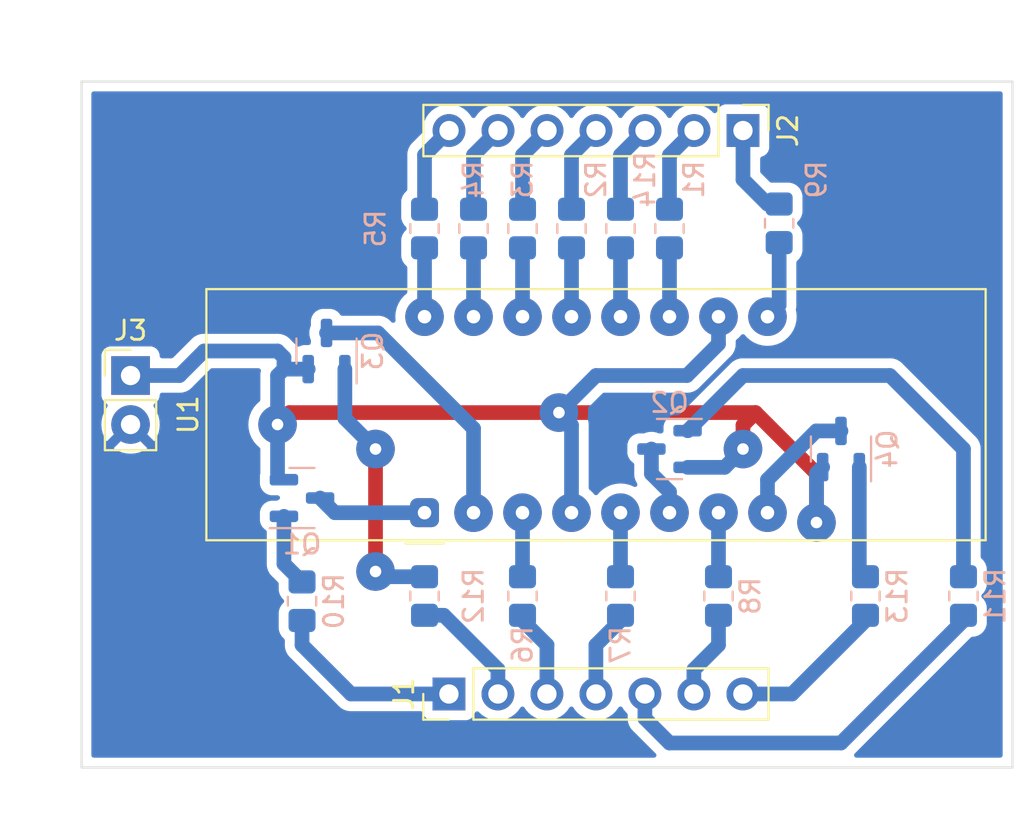
<source format=kicad_pcb>
(kicad_pcb (version 20211014) (generator pcbnew)
  (layers (0 "F.Cu" signal "cobre frontal") (31 "B.Cu" signal "Cobre traseira") (34 "B.Paste" user "Pasta traseira") (35 "F.Paste" user "Pasta frontal") (36 "B.SilkS" user "Serigrafia traseira") (37 "F.SilkS" user "Serigrafia frontal") (38 "B.Mask" user "Máscara traseira") (39 "F.Mask" user "Máscara frontal") (44 "Edge.Cuts" user "Cortes contorno"))
  (net 0 "")
  (net 1 "D1")
  (net 2 "D2")
  (net 3 "D3")
  (net 4 "D4")
  (net 5 "+3V3")
  (net 6 "Net-(Q1-Pad1)")
  (net 7 "CA1")
  (net 8 "Net-(Q2-Pad1)")
  (net 9 "CA3")
  (net 10 "Net-(Q3-Pad1)")
  (net 11 "CA2")
  (net 12 "Net-(Q4-Pad1)")
  (net 13 "CA4")
  (net 14 "F")
  (net 15 "C")
  (net 16 "A")
  (net 17 "G")
  (net 18 "B")
  (net 19 "D")
  (net 20 "E")
  (net 21 "DP")
  (net 22 "GND")
  (net 23 "CL3")
  (net 24 "CL1-2")
  (net 25 "Net-(R6-Pad1)")
  (net 26 "Net-(R7-Pad1)")
  (net 27 "Net-(R8-Pad1)")
  (net 28 "Net-(R9-Pad1)")
  (net 29 "Net-(R1-Pad1)")
  (net 30 "Net-(R14-Pad1)")
  (net 31 "Net-(R2-Pad1)")
  (net 32 "Net-(R3-Pad2)")
  (net 33 "Net-(R4-Pad1)")
  (net 34 "Net-(R5-Pad2)")
  (footprint "Connector_PinHeader_2.54mm:PinHeader_1x07_P2.54mm_Vertical" (layer "F.Cu") (at 68.575 87.63 90)
    (fp_text reference "J1" (at 0 -2.33 90) (layer "F.SilkS"))
    (fp_text value "Conn_01x07_Male")
    (fp_line (start 1.33 1.27) (end 1.33 16.57) (layer "F.SilkS") (width 0.12))
    (fp_line (start -1.33 16.57) (end 1.33 16.57) (layer "F.SilkS") (width 0.12))
    (fp_line (start -1.33 1.27) (end 1.33 1.27) (layer "F.SilkS") (width 0.12))
    (fp_line (start -1.33 0) (end -1.33 -1.33) (layer "F.SilkS") (width 0.12))
    (fp_line (start -1.33 -1.33) (end 0 -1.33) (layer "F.SilkS") (width 0.12))
    (fp_line (start -1.33 1.27) (end -1.33 16.57) (layer "F.SilkS") (width 0.12))
    (pad "1" thru_hole rect (at 0 0 90) (size 1.7 1.7) (drill 1) (layers *.Cu *.Mask) (net 1 "D1"))
    (pad "2" thru_hole oval (at 0 2.54 90) (size 1.7 1.7) (drill 1) (layers *.Cu *.Mask) (net 2 "D2"))
    (pad "3" thru_hole oval (at 0 5.08 90) (size 1.7 1.7) (drill 1) (layers *.Cu *.Mask) (net 25 "Net-(R6-Pad1)"))
    (pad "4" thru_hole oval (at 0 7.62 90) (size 1.7 1.7) (drill 1) (layers *.Cu *.Mask) (net 26 "Net-(R7-Pad1)"))
    (pad "5" thru_hole oval (at 0 10.16 90) (size 1.7 1.7) (drill 1) (layers *.Cu *.Mask) (net 3 "D3"))
    (pad "6" thru_hole oval (at 0 12.7 90) (size 1.7 1.7) (drill 1) (layers *.Cu *.Mask) (net 27 "Net-(R8-Pad1)"))
    (pad "7" thru_hole oval (at 0 15.24 90) (size 1.7 1.7) (drill 1) (layers *.Cu *.Mask) (net 4 "D4"))
  )
  (footprint "Connector_PinHeader_2.54mm:PinHeader_1x07_P2.54mm_Vertical" (layer "F.Cu") (at 83.82 58.42 -90)
    (fp_text reference "J2" (at 0 -2.33 90) (layer "F.SilkS"))
    (fp_text value "Conn_01x07_Male")
    (fp_line (start 1.33 1.27) (end 1.33 16.57) (layer "F.SilkS") (width 0.12))
    (fp_line (start -1.33 0) (end -1.33 -1.33) (layer "F.SilkS") (width 0.12))
    (fp_line (start -1.33 -1.33) (end 0 -1.33) (layer "F.SilkS") (width 0.12))
    (fp_line (start -1.33 1.27) (end 1.33 1.27) (layer "F.SilkS") (width 0.12))
    (fp_line (start -1.33 1.27) (end -1.33 16.57) (layer "F.SilkS") (width 0.12))
    (fp_line (start -1.33 16.57) (end 1.33 16.57) (layer "F.SilkS") (width 0.12))
    (pad "1" thru_hole rect (at 0 0 270) (size 1.7 1.7) (drill 1) (layers *.Cu *.Mask) (net 28 "Net-(R9-Pad1)"))
    (pad "2" thru_hole oval (at 0 2.54 270) (size 1.7 1.7) (drill 1) (layers *.Cu *.Mask) (net 29 "Net-(R1-Pad1)"))
    (pad "3" thru_hole oval (at 0 5.08 270) (size 1.7 1.7) (drill 1) (layers *.Cu *.Mask) (net 30 "Net-(R14-Pad1)"))
    (pad "4" thru_hole oval (at 0 7.62 270) (size 1.7 1.7) (drill 1) (layers *.Cu *.Mask) (net 31 "Net-(R2-Pad1)"))
    (pad "5" thru_hole oval (at 0 10.16 270) (size 1.7 1.7) (drill 1) (layers *.Cu *.Mask) (net 32 "Net-(R3-Pad2)"))
    (pad "6" thru_hole oval (at 0 12.7 270) (size 1.7 1.7) (drill 1) (layers *.Cu *.Mask) (net 33 "Net-(R4-Pad1)"))
    (pad "7" thru_hole oval (at 0 15.24 270) (size 1.7 1.7) (drill 1) (layers *.Cu *.Mask) (net 34 "Net-(R5-Pad2)"))
  )
  (footprint "Display_7Segment:LTC-4627Jx" (layer "F.Cu") (at 67.31 78.23 90)
    (fp_text reference "U1" (at 5.08 -12.25 90) (layer "F.SilkS"))
    (fp_text value "LTC-4627JG")
    (fp_line (start -1.43 29.09) (end 11.59 29.09) (layer "F.SilkS") (width 0.12))
    (fp_line (start -1.43 -11.31) (end 11.59 -11.31) (layer "F.SilkS") (width 0.12))
    (fp_line (start 11.59 -11.31) (end 11.59 29.09) (layer "F.SilkS") (width 0.12))
    (fp_line (start -1.6 -1) (end -1.6 1) (layer "F.SilkS") (width 0.12))
    (fp_line (start -1.43 -11.31) (end -1.43 29.09) (layer "F.SilkS") (width 0.12))
    (pad "1" thru_hole roundrect (at 0 0 90) (size 1.5 1.5) (drill 0.7) (layers *.Cu *.Mask) (net 7 "CA1"))
    (pad "2" thru_hole circle (at 0 2.54 90) (size 2 2) (drill 0.7) (layers *.Cu *.Mask) (net 11 "CA2"))
    (pad "3" thru_hole circle (at 0 5.08 90) (size 2 2) (drill 0.7) (layers *.Cu *.Mask) (net 19 "D"))
    (pad "4" thru_hole circle (at 0 7.62 90) (size 2 2) (drill 0.7) (layers *.Cu *.Mask) (net 5 "+3V3"))
    (pad "5" thru_hole circle (at 0 10.16 90) (size 2 2) (drill 0.7) (layers *.Cu *.Mask) (net 20 "E"))
    (pad "6" thru_hole circle (at 0 12.7 90) (size 2 2) (drill 0.7) (layers *.Cu *.Mask) (net 9 "CA3"))
    (pad "7" thru_hole circle (at 0 15.24 90) (size 2 2) (drill 0.7) (layers *.Cu *.Mask) (net 21 "DP"))
    (pad "8" thru_hole circle (at 0 17.78 90) (size 2 2) (drill 0.7) (layers *.Cu *.Mask) (net 13 "CA4"))
    (pad "9" thru_hole circle (at 10.16 17.78 90) (size 2 2) (drill 0.7) (layers *.Cu *.Mask) (net 23 "CL3"))
    (pad "10" thru_hole circle (at 10.16 15.24 90) (size 2 2) (drill 0.7) (layers *.Cu *.Mask) (net 5 "+3V3"))
    (pad "11" thru_hole circle (at 10.16 12.7 90) (size 2 2) (drill 0.7) (layers *.Cu *.Mask) (net 14 "F"))
    (pad "12" thru_hole circle (at 10.16 10.16 90) (size 2 2) (drill 0.7) (layers *.Cu *.Mask) (net 24 "CL1-2"))
    (pad "13" thru_hole circle (at 10.16 7.62 90) (size 2 2) (drill 0.7) (layers *.Cu *.Mask) (net 15 "C"))
    (pad "14" thru_hole circle (at 10.16 5.08 90) (size 2 2) (drill 0.7) (layers *.Cu *.Mask) (net 16 "A"))
    (pad "15" thru_hole circle (at 10.16 2.54 90) (size 2 2) (drill 0.7) (layers *.Cu *.Mask) (net 17 "G"))
    (pad "16" thru_hole circle (at 10.16 0 90) (size 2 2) (drill 0.7) (layers *.Cu *.Mask) (net 18 "B"))
  )
  (footprint "Connector_PinHeader_2.54mm:PinHeader_1x02_P2.54mm_Vertical" (layer "F.Cu") (at 52.07 71.12)
    (fp_text reference "J3" (at 0 -2.33) (layer "F.SilkS"))
    (fp_text value "Conn_01x02_Male")
    (fp_line (start -1.33 1.27) (end 1.33 1.27) (layer "F.SilkS") (width 0.12))
    (fp_line (start -1.33 1.27) (end -1.33 3.87) (layer "F.SilkS") (width 0.12))
    (fp_line (start -1.33 -1.33) (end 0 -1.33) (layer "F.SilkS") (width 0.12))
    (fp_line (start -1.33 3.87) (end 1.33 3.87) (layer "F.SilkS") (width 0.12))
    (fp_line (start 1.33 1.27) (end 1.33 3.87) (layer "F.SilkS") (width 0.12))
    (fp_line (start -1.33 0) (end -1.33 -1.33) (layer "F.SilkS") (width 0.12))
    (pad "1" thru_hole rect (at 0 0) (size 2 2) (drill 1) (layers *.Cu *.Mask) (net 5 "+3V3"))
    (pad "2" thru_hole circle (at 0 2.54) (size 2 2) (drill 1) (layers *.Cu *.Mask) (net 22 "GND"))
  )
  (footprint "Resistor_SMD:R_0805_2012Metric_Pad1.20x1.40mm_HandSolder" (layer "B.Cu") (at 77.47 63.5 -90)
    (fp_text reference "R14" (at -2.54 -1.27 90) (layer "B.SilkS") (effects (justify mirror)))
    (fp_text value "330")
    (fp_line (start -0.227064 0.735) (end 0.227064 0.735) (layer "B.SilkS") (width 0.12))
    (fp_line (start -0.227064 -0.735) (end 0.227064 -0.735) (layer "B.SilkS") (width 0.12))
    (pad "1" smd roundrect (at -1 0 270) (size 1.2 1.4) (layers "B.Cu" "B.Paste" "B.Mask") (roundrect_rratio 0.208333) (net 30 "Net-(R14-Pad1)"))
    (pad "2" smd roundrect (at 1 0 270) (size 1.2 1.4) (layers "B.Cu" "B.Paste" "B.Mask") (roundrect_rratio 0.208333) (net 24 "CL1-2"))
  )
  (footprint "Resistor_SMD:R_0805_2012Metric_Pad1.20x1.40mm_HandSolder" (layer "B.Cu") (at 67.31 63.5 90)
    (fp_text reference "R5" (at 0 -2.54 90) (layer "B.SilkS") (effects (justify mirror)))
    (fp_text value "330")
    (fp_line (start -0.227064 0.735) (end 0.227064 0.735) (layer "B.SilkS") (width 0.12))
    (fp_line (start -0.227064 -0.735) (end 0.227064 -0.735) (layer "B.SilkS") (width 0.12))
    (pad "1" smd roundrect (at -1 0 90) (size 1.2 1.4) (layers "B.Cu" "B.Paste" "B.Mask") (roundrect_rratio 0.208333) (net 18 "B"))
    (pad "2" smd roundrect (at 1 0 90) (size 1.2 1.4) (layers "B.Cu" "B.Paste" "B.Mask") (roundrect_rratio 0.208333) (net 34 "Net-(R5-Pad2)"))
  )
  (footprint "Resistor_SMD:R_0805_2012Metric_Pad1.20x1.40mm_HandSolder" (layer "B.Cu") (at 77.47 82.55 90)
    (fp_text reference "R7" (at -2.54 0 90) (layer "B.SilkS") (effects (justify mirror)))
    (fp_text value "330")
    (fp_line (start -0.227064 -0.735) (end 0.227064 -0.735) (layer "B.SilkS") (width 0.12))
    (fp_line (start -0.227064 0.735) (end 0.227064 0.735) (layer "B.SilkS") (width 0.12))
    (pad "1" smd roundrect (at -1 0 90) (size 1.2 1.4) (layers "B.Cu" "B.Paste" "B.Mask") (roundrect_rratio 0.208333) (net 26 "Net-(R7-Pad1)"))
    (pad "2" smd roundrect (at 1 0 90) (size 1.2 1.4) (layers "B.Cu" "B.Paste" "B.Mask") (roundrect_rratio 0.208333) (net 20 "E"))
  )
  (footprint "Resistor_SMD:R_0805_2012Metric_Pad1.20x1.40mm_HandSolder" (layer "B.Cu") (at 95.25 82.55 90)
    (fp_text reference "R11" (at 0 1.65 90) (layer "B.SilkS") (effects (justify mirror)))
    (fp_text value "2k2")
    (fp_line (start -0.227064 -0.735) (end 0.227064 -0.735) (layer "B.SilkS") (width 0.12))
    (fp_line (start -0.227064 0.735) (end 0.227064 0.735) (layer "B.SilkS") (width 0.12))
    (pad "1" smd roundrect (at -1 0 90) (size 1.2 1.4) (layers "B.Cu" "B.Paste" "B.Mask") (roundrect_rratio 0.208333) (net 3 "D3"))
    (pad "2" smd roundrect (at 1 0 90) (size 1.2 1.4) (layers "B.Cu" "B.Paste" "B.Mask") (roundrect_rratio 0.208333) (net 8 "Net-(Q2-Pad1)"))
  )
  (footprint "Resistor_SMD:R_0805_2012Metric_Pad1.20x1.40mm_HandSolder" (layer "B.Cu") (at 72.39 82.55 90)
    (fp_text reference "R6" (at -2.54 0 90) (layer "B.SilkS") (effects (justify mirror)))
    (fp_text value "330")
    (fp_line (start -0.227064 -0.735) (end 0.227064 -0.735) (layer "B.SilkS") (width 0.12))
    (fp_line (start -0.227064 0.735) (end 0.227064 0.735) (layer "B.SilkS") (width 0.12))
    (pad "1" smd roundrect (at -1 0 90) (size 1.2 1.4) (layers "B.Cu" "B.Paste" "B.Mask") (roundrect_rratio 0.208333) (net 25 "Net-(R6-Pad1)"))
    (pad "2" smd roundrect (at 1 0 90) (size 1.2 1.4) (layers "B.Cu" "B.Paste" "B.Mask") (roundrect_rratio 0.208333) (net 19 "D"))
  )
  (footprint "Resistor_SMD:R_0805_2012Metric_Pad1.20x1.40mm_HandSolder" (layer "B.Cu") (at 85.695 63.23 -90)
    (fp_text reference "R9" (at -2.27 -1.935 90) (layer "B.SilkS") (effects (justify mirror)))
    (fp_text value "330")
    (fp_line (start -0.227064 -0.735) (end 0.227064 -0.735) (layer "B.SilkS") (width 0.12))
    (fp_line (start -0.227064 0.735) (end 0.227064 0.735) (layer "B.SilkS") (width 0.12))
    (pad "1" smd roundrect (at -1 0 270) (size 1.2 1.4) (layers "B.Cu" "B.Paste" "B.Mask") (roundrect_rratio 0.208333) (net 28 "Net-(R9-Pad1)"))
    (pad "2" smd roundrect (at 1 0 270) (size 1.2 1.4) (layers "B.Cu" "B.Paste" "B.Mask") (roundrect_rratio 0.208333) (net 23 "CL3"))
  )
  (footprint "Resistor_SMD:R_0805_2012Metric_Pad1.20x1.40mm_HandSolder" (layer "B.Cu") (at 60.96 82.82 90)
    (fp_text reference "R10" (at 0 1.65 90) (layer "B.SilkS") (effects (justify mirror)))
    (fp_text value "2k2")
    (fp_line (start -0.227064 0.735) (end 0.227064 0.735) (layer "B.SilkS") (width 0.12))
    (fp_line (start -0.227064 -0.735) (end 0.227064 -0.735) (layer "B.SilkS") (width 0.12))
    (pad "1" smd roundrect (at -1 0 90) (size 1.2 1.4) (layers "B.Cu" "B.Paste" "B.Mask") (roundrect_rratio 0.208333) (net 1 "D1"))
    (pad "2" smd roundrect (at 1 0 90) (size 1.2 1.4) (layers "B.Cu" "B.Paste" "B.Mask") (roundrect_rratio 0.208333) (net 6 "Net-(Q1-Pad1)"))
  )
  (footprint "Package_TO_SOT_SMD:SOT-23" (layer "B.Cu") (at 62.23 69.85 90)
    (fp_text reference "Q3" (at 0 2.4 90) (layer "B.SilkS") (effects (justify mirror)))
    (fp_text value "BC807")
    (fp_line (start 0 -1.56) (end -0.65 -1.56) (layer "B.SilkS") (width 0.12))
    (fp_line (start 0 1.56) (end 0.65 1.56) (layer "B.SilkS") (width 0.12))
    (fp_line (start 0 -1.56) (end 0.65 -1.56) (layer "B.SilkS") (width 0.12))
    (fp_line (start 0 1.56) (end -1.675 1.56) (layer "B.SilkS") (width 0.12))
    (pad "1" smd roundrect (at -0.9375 0.95 90) (size 1.475 0.6) (layers "B.Cu" "B.Paste" "B.Mask") (net 10 "Net-(Q3-Pad1)"))
    (pad "2" smd roundrect (at -0.9375 -0.95 90) (size 1.475 0.6) (layers "B.Cu" "B.Paste" "B.Mask") (net 5 "+3V3"))
    (pad "3" smd roundrect (at 0.9375 0 90) (size 1.475 0.6) (layers "B.Cu" "B.Paste" "B.Mask") (net 11 "CA2"))
  )
  (footprint "Resistor_SMD:R_0805_2012Metric_Pad1.20x1.40mm_HandSolder" (layer "B.Cu") (at 69.85 63.5 -90)
    (fp_text reference "R4" (at -2.54 0 90) (layer "B.SilkS") (effects (justify mirror)))
    (fp_text value "330")
    (fp_line (start -0.227064 0.735) (end 0.227064 0.735) (layer "B.SilkS") (width 0.12))
    (fp_line (start -0.227064 -0.735) (end 0.227064 -0.735) (layer "B.SilkS") (width 0.12))
    (pad "1" smd roundrect (at -1 0 270) (size 1.2 1.4) (layers "B.Cu" "B.Paste" "B.Mask") (roundrect_rratio 0.208333) (net 33 "Net-(R4-Pad1)"))
    (pad "2" smd roundrect (at 1 0 270) (size 1.2 1.4) (layers "B.Cu" "B.Paste" "B.Mask") (roundrect_rratio 0.208333) (net 17 "G"))
  )
  (footprint "Resistor_SMD:R_0805_2012Metric_Pad1.20x1.40mm_HandSolder" (layer "B.Cu") (at 72.39 63.5 90)
    (fp_text reference "R3" (at 2.54 0 90) (layer "B.SilkS") (effects (justify mirror)))
    (fp_text value "330")
    (fp_line (start -0.227064 -0.735) (end 0.227064 -0.735) (layer "B.SilkS") (width 0.12))
    (fp_line (start -0.227064 0.735) (end 0.227064 0.735) (layer "B.SilkS") (width 0.12))
    (pad "1" smd roundrect (at -1 0 90) (size 1.2 1.4) (layers "B.Cu" "B.Paste" "B.Mask") (roundrect_rratio 0.208333) (net 16 "A"))
    (pad "2" smd roundrect (at 1 0 90) (size 1.2 1.4) (layers "B.Cu" "B.Paste" "B.Mask") (roundrect_rratio 0.208333) (net 32 "Net-(R3-Pad2)"))
  )
  (footprint "Resistor_SMD:R_0805_2012Metric_Pad1.20x1.40mm_HandSolder" (layer "B.Cu") (at 90.17 82.55 90)
    (fp_text reference "R13" (at 0 1.65 90) (layer "B.SilkS") (effects (justify mirror)))
    (fp_text value "2k2")
    (fp_line (start -0.227064 0.735) (end 0.227064 0.735) (layer "B.SilkS") (width 0.12))
    (fp_line (start -0.227064 -0.735) (end 0.227064 -0.735) (layer "B.SilkS") (width 0.12))
    (pad "1" smd roundrect (at -1 0 90) (size 1.2 1.4) (layers "B.Cu" "B.Paste" "B.Mask") (roundrect_rratio 0.208333) (net 4 "D4"))
    (pad "2" smd roundrect (at 1 0 90) (size 1.2 1.4) (layers "B.Cu" "B.Paste" "B.Mask") (roundrect_rratio 0.208333) (net 12 "Net-(Q4-Pad1)"))
  )
  (footprint "Package_TO_SOT_SMD:SOT-23" (layer "B.Cu") (at 88.9 74.93 90)
    (fp_text reference "Q4" (at 0 2.4 90) (layer "B.SilkS") (effects (justify mirror)))
    (fp_text value "BC807")
    (fp_line (start 0 -1.56) (end -0.65 -1.56) (layer "B.SilkS") (width 0.12))
    (fp_line (start 0 -1.56) (end 0.65 -1.56) (layer "B.SilkS") (width 0.12))
    (fp_line (start 0 1.56) (end 0.65 1.56) (layer "B.SilkS") (width 0.12))
    (fp_line (start 0 1.56) (end -1.675 1.56) (layer "B.SilkS") (width 0.12))
    (pad "1" smd roundrect (at -0.9375 0.95 90) (size 1.475 0.6) (layers "B.Cu" "B.Paste" "B.Mask") (net 12 "Net-(Q4-Pad1)"))
    (pad "2" smd roundrect (at -0.9375 -0.95 90) (size 1.475 0.6) (layers "B.Cu" "B.Paste" "B.Mask") (net 5 "+3V3"))
    (pad "3" smd roundrect (at 0.9375 0 90) (size 1.475 0.6) (layers "B.Cu" "B.Paste" "B.Mask") (net 13 "CA4"))
  )
  (footprint "Package_TO_SOT_SMD:SOT-23" (layer "B.Cu") (at 60.96 77.47)
    (fp_text reference "Q1" (at 0 2.4) (layer "B.SilkS") (effects (justify mirror)))
    (fp_text value "BC807")
    (fp_line (start 0 -1.56) (end -0.65 -1.56) (layer "B.SilkS") (width 0.12))
    (fp_line (start 0 1.56) (end -1.675 1.56) (layer "B.SilkS") (width 0.12))
    (fp_line (start 0 -1.56) (end 0.65 -1.56) (layer "B.SilkS") (width 0.12))
    (fp_line (start 0 1.56) (end 0.65 1.56) (layer "B.SilkS") (width 0.12))
    (pad "1" smd roundrect (at -0.9375 0.95) (size 1.475 0.6) (layers "B.Cu" "B.Paste" "B.Mask") (net 6 "Net-(Q1-Pad1)"))
    (pad "2" smd roundrect (at -0.9375 -0.95) (size 1.475 0.6) (layers "B.Cu" "B.Paste" "B.Mask") (net 5 "+3V3"))
    (pad "3" smd roundrect (at 0.9375 0) (size 1.475 0.6) (layers "B.Cu" "B.Paste" "B.Mask") (net 7 "CA1"))
  )
  (footprint "Resistor_SMD:R_0805_2012Metric_Pad1.20x1.40mm_HandSolder" (layer "B.Cu") (at 82.55 82.55 90)
    (fp_text reference "R8" (at 0 1.65 90) (layer "B.SilkS") (effects (justify mirror)))
    (fp_text value "330")
    (fp_line (start -0.227064 0.735) (end 0.227064 0.735) (layer "B.SilkS") (width 0.12))
    (fp_line (start -0.227064 -0.735) (end 0.227064 -0.735) (layer "B.SilkS") (width 0.12))
    (pad "1" smd roundrect (at -1 0 90) (size 1.2 1.4) (layers "B.Cu" "B.Paste" "B.Mask") (roundrect_rratio 0.208333) (net 27 "Net-(R8-Pad1)"))
    (pad "2" smd roundrect (at 1 0 90) (size 1.2 1.4) (layers "B.Cu" "B.Paste" "B.Mask") (roundrect_rratio 0.208333) (net 21 "DP"))
  )
  (footprint "Resistor_SMD:R_0805_2012Metric_Pad1.20x1.40mm_HandSolder" (layer "B.Cu") (at 80.01 63.5 -90)
    (fp_text reference "R1" (at -2.54 -1.27 90) (layer "B.SilkS") (effects (justify mirror)))
    (fp_text value "330")
    (fp_line (start -0.227064 -0.735) (end 0.227064 -0.735) (layer "B.SilkS") (width 0.12))
    (fp_line (start -0.227064 0.735) (end 0.227064 0.735) (layer "B.SilkS") (width 0.12))
    (pad "1" smd roundrect (at -1 0 270) (size 1.2 1.4) (layers "B.Cu" "B.Paste" "B.Mask") (roundrect_rratio 0.208333) (net 29 "Net-(R1-Pad1)"))
    (pad "2" smd roundrect (at 1 0 270) (size 1.2 1.4) (layers "B.Cu" "B.Paste" "B.Mask") (roundrect_rratio 0.208333) (net 14 "F"))
  )
  (footprint "Resistor_SMD:R_0805_2012Metric_Pad1.20x1.40mm_HandSolder" (layer "B.Cu") (at 67.31 82.55 90)
    (fp_text reference "R12" (at 0 2.54 90) (layer "B.SilkS") (effects (justify mirror)))
    (fp_text value "2k2")
    (fp_line (start -0.227064 -0.735) (end 0.227064 -0.735) (layer "B.SilkS") (width 0.12))
    (fp_line (start -0.227064 0.735) (end 0.227064 0.735) (layer "B.SilkS") (width 0.12))
    (pad "1" smd roundrect (at -1 0 90) (size 1.2 1.4) (layers "B.Cu" "B.Paste" "B.Mask") (roundrect_rratio 0.208333) (net 2 "D2"))
    (pad "2" smd roundrect (at 1 0 90) (size 1.2 1.4) (layers "B.Cu" "B.Paste" "B.Mask") (roundrect_rratio 0.208333) (net 10 "Net-(Q3-Pad1)"))
  )
  (footprint "Resistor_SMD:R_0805_2012Metric_Pad1.20x1.40mm_HandSolder" (layer "B.Cu") (at 74.93 63.5 -90)
    (fp_text reference "R2" (at -2.54 -1.27 90) (layer "B.SilkS") (effects (justify mirror)))
    (fp_text value "330")
    (fp_line (start -0.227064 0.735) (end 0.227064 0.735) (layer "B.SilkS") (width 0.12))
    (fp_line (start -0.227064 -0.735) (end 0.227064 -0.735) (layer "B.SilkS") (width 0.12))
    (pad "1" smd roundrect (at -1 0 270) (size 1.2 1.4) (layers "B.Cu" "B.Paste" "B.Mask") (roundrect_rratio 0.208333) (net 31 "Net-(R2-Pad1)"))
    (pad "2" smd roundrect (at 1 0 270) (size 1.2 1.4) (layers "B.Cu" "B.Paste" "B.Mask") (roundrect_rratio 0.208333) (net 15 "C"))
  )
  (footprint "Package_TO_SOT_SMD:SOT-23" (layer "B.Cu") (at 80.01 74.93 180)
    (fp_text reference "Q2" (at 0 2.4) (layer "B.SilkS") (effects (justify mirror)))
    (fp_text value "BC807")
    (fp_line (start 0 -1.56) (end -0.65 -1.56) (layer "B.SilkS") (width 0.12))
    (fp_line (start 0 -1.56) (end 0.65 -1.56) (layer "B.SilkS") (width 0.12))
    (fp_line (start 0 1.56) (end -1.675 1.56) (layer "B.SilkS") (width 0.12))
    (fp_line (start 0 1.56) (end 0.65 1.56) (layer "B.SilkS") (width 0.12))
    (pad "1" smd roundrect (at -0.9375 0.95 180) (size 1.475 0.6) (layers "B.Cu" "B.Paste" "B.Mask") (net 8 "Net-(Q2-Pad1)"))
    (pad "2" smd roundrect (at -0.9375 -0.95 180) (size 1.475 0.6) (layers "B.Cu" "B.Paste" "B.Mask") (net 5 "+3V3"))
    (pad "3" smd roundrect (at 0.9375 0 180) (size 1.475 0.6) (layers "B.Cu" "B.Paste" "B.Mask") (net 9 "CA3"))
  )
  (gr_line (start 97.79 55.88) (end 97.79 91.44) (layer "Edge.Cuts") (width 0.1))
  (gr_line (start 97.79 91.44) (end 49.53 91.44) (layer "Edge.Cuts") (width 0.1))
  (gr_line (start 49.53 91.44) (end 49.53 55.88) (layer "Edge.Cuts") (width 0.1))
  (gr_line (start 49.53 55.88) (end 97.79 55.88) (layer "Edge.Cuts") (width 0.1))
  (segment (start 60.96 83.82) (end 60.96 85.09) (width 0.762) (layer "B.Cu") (net 1))
  (segment (start 60.96 85.09) (end 63.5 87.63) (width 0.762) (layer "B.Cu") (net 1))
  (segment (start 63.5 87.63) (end 68.575 87.63) (width 0.762) (layer "B.Cu") (net 1))
  (segment (start 67.31 83.55) (end 68.31 83.55) (width 0.762) (layer "B.Cu") (net 2))
  (segment (start 68.31 83.55) (end 71.12 86.36) (width 0.762) (layer "B.Cu") (net 2))
  (segment (start 71.12 86.36) (end 71.115 86.365) (width 0.762) (layer "B.Cu") (net 2))
  (segment (start 71.115 86.365) (end 71.115 87.63) (width 0.762) (layer "B.Cu") (net 2))
  (segment (start 95.25 83.82) (end 95.25 83.55) (width 0.762) (layer "B.Cu") (net 3))
  (segment (start 78.735 88.895) (end 80.01 90.17) (width 0.762) (layer "B.Cu") (net 3))
  (segment (start 80.01 90.17) (end 88.9 90.17) (width 0.762) (layer "B.Cu") (net 3))
  (segment (start 88.9 90.17) (end 95.25 83.82) (width 0.762) (layer "B.Cu") (net 3))
  (segment (start 78.735 87.63) (end 78.735 88.895) (width 0.762) (layer "B.Cu") (net 3))
  (segment (start 86.36 87.63) (end 83.815 87.63) (width 0.762) (layer "B.Cu") (net 4))
  (segment (start 90.17 83.82) (end 86.36 87.63) (width 0.762) (layer "B.Cu") (net 4))
  (segment (start 90.17 83.82) (end 90.17 83.55) (width 0.762) (layer "B.Cu") (net 4))
  (segment (start 74.278511 73.041489) (end 60.308511 73.041489) (width 0.762) (layer "F.Cu") (net 5))
  (segment (start 84.471489 73.041489) (end 83.82 73.692978) (width 0.762) (layer "F.Cu") (net 5))
  (segment (start 83.82 73.692978) (end 83.82 74.93) (width 0.762) (layer "F.Cu") (net 5))
  (segment (start 74.278511 73.041489) (end 84.471489 73.041489) (width 0.762) (layer "F.Cu") (net 5))
  (segment (start 84.471489 73.041489) (end 87.63 76.2) (width 0.762) (layer "F.Cu") (net 5))
  (segment (start 60.308511 73.041489) (end 59.69 73.66) (width 0.762) (layer "F.Cu") (net 5))
  (segment (start 87.63 76.2) (end 87.63 78.74) (width 0.762) (layer "F.Cu") (net 5))
  (via (at 87.63 78.74) (size 2) (drill 0.6) (layers "F.Cu" "B.Cu") (net 5))
  (via (at 83.82 74.93) (size 2) (drill 0.6) (layers "F.Cu" "B.Cu") (net 5))
  (via (at 74.278511 73.041489) (size 2) (drill 0.6) (layers "F.Cu" "B.Cu") (net 5))
  (via (at 59.69 73.66) (size 2) (drill 0.6) (layers "F.Cu" "B.Cu") (net 5))
  (segment (start 74.278511 73.041489) (end 76.2 71.12) (width 0.762) (layer "B.Cu") (net 5))
  (segment (start 59.69 69.85) (end 55.88 69.85) (width 0.762) (layer "B.Cu") (net 5))
  (segment (start 59.69 71.12) (end 60.0225 70.7875) (width 0.762) (layer "B.Cu") (net 5))
  (segment (start 59.69 71.12) (end 59.69 73.66) (width 0.762) (layer "B.Cu") (net 5))
  (segment (start 74.93 78.23) (end 74.93 73.692978) (width 0.762) (layer "B.Cu") (net 5))
  (segment (start 87.63 76.1875) (end 87.95 75.8675) (width 0.762) (layer "B.Cu") (net 5))
  (segment (start 80.914213 71.12) (end 82.55 69.484213) (width 0.762) (layer "B.Cu") (net 5))
  (segment (start 60.0225 70.1825) (end 59.69 69.85) (width 0.762) (layer "B.Cu") (net 5))
  (segment (start 87.63 78.74) (end 87.63 76.1875) (width 0.762) (layer "B.Cu") (net 5))
  (segment (start 61.28 70.7875) (end 60.0225 70.7875) (width 0.762) (layer "B.Cu") (net 5))
  (segment (start 54.61 71.12) (end 52.07 71.12) (width 0.762) (layer "B.Cu") (net 5))
  (segment (start 82.55 69.484213) (end 82.55 68.07) (width 0.762) (layer "B.Cu") (net 5))
  (segment (start 60.0225 70.7875) (end 60.0225 70.1825) (width 0.762) (layer "B.Cu") (net 5))
  (segment (start 59.69 73.66) (end 59.69 76.2) (width 0.762) (layer "B.Cu") (net 5))
  (segment (start 74.93 73.692978) (end 74.278511 73.041489) (width 0.762) (layer "B.Cu") (net 5))
  (segment (start 80.9475 75.88) (end 82.87 75.88) (width 0.762) (layer "B.Cu") (net 5))
  (segment (start 55.88 69.85) (end 54.61 71.12) (width 0.762) (layer "B.Cu") (net 5))
  (segment (start 82.87 75.88) (end 83.82 74.93) (width 0.762) (layer "B.Cu") (net 5))
  (segment (start 76.2 71.12) (end 80.914213 71.12) (width 0.762) (layer "B.Cu") (net 5))
  (segment (start 60.0225 80.8825) (end 60.96 81.82) (width 0.762) (layer "B.Cu") (net 6))
  (segment (start 60.0225 78.42) (end 60.0225 80.8825) (width 0.762) (layer "B.Cu") (net 6))
  (segment (start 62.6575 78.23) (end 61.8975 77.47) (width 0.762) (layer "B.Cu") (net 7))
  (segment (start 67.31 78.23) (end 62.6575 78.23) (width 0.762) (layer "B.Cu") (net 7))
  (segment (start 80.9475 73.98) (end 80.96 73.98) (width 0.762) (layer "B.Cu") (net 8))
  (segment (start 95.25 81.55) (end 95.25 74.93) (width 0.762) (layer "B.Cu") (net 8))
  (segment (start 91.44 71.12) (end 83.82 71.12) (width 0.762) (layer "B.Cu") (net 8))
  (segment (start 80.96 73.98) (end 83.82 71.12) (width 0.762) (layer "B.Cu") (net 8))
  (segment (start 95.25 74.93) (end 91.44 71.12) (width 0.762) (layer "B.Cu") (net 8))
  (segment (start 79.0725 74.93) (end 79.0725 76.211189) (width 0.762) (layer "B.Cu") (net 9))
  (segment (start 79.0725 76.211189) (end 80.01 77.148689) (width 0.762) (layer "B.Cu") (net 9))
  (segment (start 80.01 77.148689) (end 80.01 78.23) (width 0.762) (layer "B.Cu") (net 9))
  (segment (start 64.77 74.93) (end 64.77 81.28) (width 0.762) (layer "F.Cu") (net 10))
  (via (at 64.77 74.93) (size 2) (drill 0.6) (layers "F.Cu" "B.Cu") (net 10))
  (via (at 64.77 81.28) (size 2) (drill 0.6) (layers "F.Cu" "B.Cu") (net 10))
  (segment (start 63.18 73.34) (end 64.77 74.93) (width 0.762) (layer "B.Cu") (net 10))
  (segment (start 63.18 70.7875) (end 63.18 73.34) (width 0.762) (layer "B.Cu") (net 10))
  (segment (start 65.04 81.55) (end 64.77 81.28) (width 0.762) (layer "B.Cu") (net 10))
  (segment (start 67.31 81.55) (end 65.04 81.55) (width 0.762) (layer "B.Cu") (net 10))
  (segment (start 64.897794 68.9125) (end 69.85 73.864706) (width 0.762) (layer "B.Cu") (net 11))
  (segment (start 69.85 73.864706) (end 69.85 78.23) (width 0.762) (layer "B.Cu") (net 11))
  (segment (start 62.23 68.9125) (end 64.897794 68.9125) (width 0.762) (layer "B.Cu") (net 11))
  (segment (start 89.85 81.23) (end 90.17 81.55) (width 0.762) (layer "B.Cu") (net 12))
  (segment (start 89.85 75.8675) (end 89.85 81.23) (width 0.762) (layer "B.Cu") (net 12))
  (segment (start 85.09 76.521311) (end 85.09 78.23) (width 0.762) (layer "B.Cu") (net 13))
  (segment (start 88.9 73.9925) (end 87.618811 73.9925) (width 0.762) (layer "B.Cu") (net 13))
  (segment (start 87.618811 73.9925) (end 85.09 76.521311) (width 0.762) (layer "B.Cu") (net 13))
  (segment (start 80.01 64.5) (end 80.01 68.07) (width 0.762) (layer "B.Cu") (net 14))
  (segment (start 74.93 68.07) (end 74.93 64.5) (width 0.762) (layer "B.Cu") (net 15))
  (segment (start 72.39 64.5) (end 72.39 68.07) (width 0.762) (layer "B.Cu") (net 16))
  (segment (start 69.85 64.5) (end 69.85 68.07) (width 0.762) (layer "B.Cu") (net 17))
  (segment (start 67.31 64.5) (end 67.31 68.07) (width 0.762) (layer "B.Cu") (net 18))
  (segment (start 72.39 81.55) (end 72.39 78.23) (width 0.762) (layer "B.Cu") (net 19))
  (segment (start 77.47 81.55) (end 77.47 78.23) (width 0.762) (layer "B.Cu") (net 20))
  (segment (start 82.55 81.55) (end 82.55 78.23) (width 0.762) (layer "B.Cu") (net 21))
  (segment (start 85.695 67.465) (end 85.09 68.07) (width 0.762) (layer "B.Cu") (net 23))
  (segment (start 85.695 64.23) (end 85.695 67.465) (width 0.762) (layer "B.Cu") (net 23))
  (segment (start 77.47 64.5) (end 77.47 68.07) (width 0.762) (layer "B.Cu") (net 24))
  (segment (start 73.655 85.095) (end 73.655 87.63) (width 0.762) (layer "B.Cu") (net 25))
  (segment (start 72.39 83.82) (end 73.66 85.09) (width 0.762) (layer "B.Cu") (net 25))
  (segment (start 73.66 85.09) (end 73.655 85.095) (width 0.762) (layer "B.Cu") (net 25))
  (segment (start 72.39 83.55) (end 72.39 83.82) (width 0.762) (layer "B.Cu") (net 25))
  (segment (start 76.195 85.095) (end 76.195 87.63) (width 0.762) (layer "B.Cu") (net 26))
  (segment (start 77.47 83.55) (end 77.47 83.82) (width 0.762) (layer "B.Cu") (net 26))
  (segment (start 77.47 83.82) (end 76.195 85.095) (width 0.762) (layer "B.Cu") (net 26))
  (segment (start 82.55 85.09) (end 81.275 86.365) (width 0.762) (layer "B.Cu") (net 27))
  (segment (start 82.55 83.55) (end 82.55 85.09) (width 0.762) (layer "B.Cu") (net 27))
  (segment (start 81.275 86.365) (end 81.275 87.63) (width 0.762) (layer "B.Cu") (net 27))
  (segment (start 83.82 58.42) (end 83.82 60.96) (width 0.762) (layer "B.Cu") (net 28))
  (segment (start 83.82 60.96) (end 85.09 62.23) (width 0.762) (layer "B.Cu") (net 28))
  (segment (start 85.09 62.23) (end 85.695 62.23) (width 0.762) (layer "B.Cu") (net 28))
  (segment (start 80.01 59.69) (end 80.01 62.5) (width 0.762) (layer "B.Cu") (net 29))
  (segment (start 81.28 58.42) (end 80.01 59.69) (width 0.762) (layer "B.Cu") (net 29))
  (segment (start 78.74 58.42) (end 77.47 59.69) (width 0.762) (layer "B.Cu") (net 30))
  (segment (start 77.47 59.69) (end 77.47 62.5) (width 0.762) (layer "B.Cu") (net 30))
  (segment (start 76.2 58.42) (end 74.93 59.69) (width 0.762) (layer "B.Cu") (net 31))
  (segment (start 74.93 59.69) (end 74.93 62.5) (width 0.762) (layer "B.Cu") (net 31))
  (segment (start 72.39 59.69) (end 72.39 62.5) (width 0.762) (layer "B.Cu") (net 32))
  (segment (start 73.66 58.42) (end 72.39 59.69) (width 0.762) (layer "B.Cu") (net 32))
  (segment (start 69.85 59.69) (end 69.85 62.5) (width 0.762) (layer "B.Cu") (net 33))
  (segment (start 71.12 58.42) (end 69.85 59.69) (width 0.762) (layer "B.Cu") (net 33))
  (segment (start 67.31 59.69) (end 67.31 62.5) (width 0.762) (layer "B.Cu") (net 34))
  (segment (start 68.58 58.42) (end 67.31 59.69) (width 0.762) (layer "B.Cu") (net 34))
  (zone (net 22) (net_name "GND") (layer "B.Cu") (connect_pads (clearance 0.508)) (min_thickness 0.254) (fill yes (thermal_gap 0.508) (thermal_bridge_width 0.508))
    (polygon (pts (xy 97.79 91.44) (xy 49.53 91.44) (xy 49.53 55.88) (xy 97.79 55.88)))
  )
)
</source>
